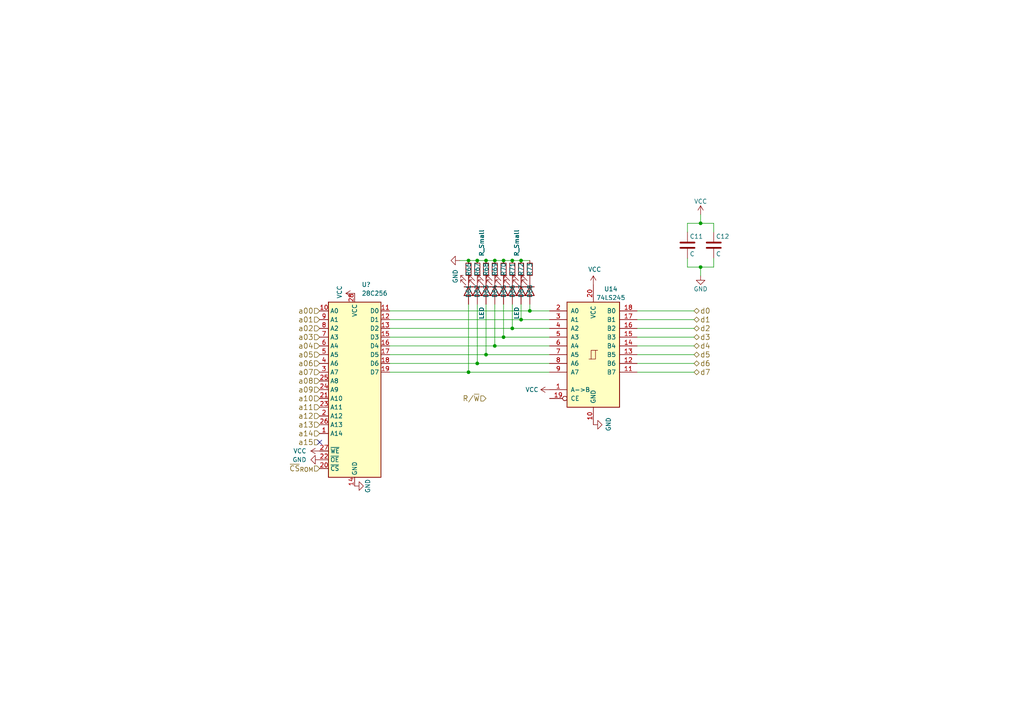
<source format=kicad_sch>
(kicad_sch (version 20211123) (generator eeschema)
  (paper "A4")
  (lib_symbols
    (symbol "74xx:74LS245" (pin_names (offset 1.016))
      (property "Reference" "U" (at -7.62 16.51 0))
      (property "Value" "74LS245" (at -7.62 -16.51 0))
      (symbol "74LS245_1_0"
        (polyline (pts (xy -0.635 -1.27) (xy -0.635 1.27) (xy 0.635 1.27)))
        (polyline (pts (xy -1.27 -1.27) (xy 0.635 -1.27) (xy 0.635 1.27) (xy 1.27 1.27)))
        (pin input line (at -12.7 -10.16 0) (length 5.08) (name "A->B") (number "1"))
        (pin power_in line (at 0 -20.32 90) (length 5.08) (name "GND") (number "10"))
        (pin tri_state line (at 12.7 -5.08 180) (length 5.08) (name "B7") (number "11"))
        (pin tri_state line (at 12.7 -2.54 180) (length 5.08) (name "B6") (number "12"))
        (pin tri_state line (at 12.7 0 180) (length 5.08) (name "B5") (number "13"))
        (pin tri_state line (at 12.7 2.54 180) (length 5.08) (name "B4") (number "14"))
        (pin tri_state line (at 12.7 5.08 180) (length 5.08) (name "B3") (number "15"))
        (pin tri_state line (at 12.7 7.62 180) (length 5.08) (name "B2") (number "16"))
        (pin tri_state line (at 12.7 10.16 180) (length 5.08) (name "B1") (number "17"))
        (pin tri_state line (at 12.7 12.7 180) (length 5.08) (name "B0") (number "18"))
        (pin input inverted (at -12.7 -12.7 0) (length 5.08) (name "CE") (number "19"))
        (pin tri_state line (at -12.7 12.7 0) (length 5.08) (name "A0") (number "2"))
        (pin power_in line (at 0 20.32 270) (length 5.08) (name "VCC") (number "20"))
        (pin tri_state line (at -12.7 10.16 0) (length 5.08) (name "A1") (number "3"))
        (pin tri_state line (at -12.7 7.62 0) (length 5.08) (name "A2") (number "4"))
        (pin tri_state line (at -12.7 5.08 0) (length 5.08) (name "A3") (number "5"))
        (pin tri_state line (at -12.7 2.54 0) (length 5.08) (name "A4") (number "6"))
        (pin tri_state line (at -12.7 0 0) (length 5.08) (name "A5") (number "7"))
        (pin tri_state line (at -12.7 -2.54 0) (length 5.08) (name "A6") (number "8"))
        (pin tri_state line (at -12.7 -5.08 0) (length 5.08) (name "A7") (number "9"))
      )
      (symbol "74LS245_1_1"
        (rectangle (start -7.62 15.24) (end 7.62 -15.24) (stroke (width 0.254)) (fill (type background)))
      )
    )
    (symbol "Device:C" (pin_numbers hide) (pin_names (offset 0.254))
      (property "Reference" "C" (at 0.635 2.54 0))
      (property "Value" "C" (at 0.635 -2.54 0))
      (symbol "C_0_1"
        (polyline (pts (xy -2.032 -0.762) (xy 2.032 -0.762)) (stroke (width 0.508)))
        (polyline (pts (xy -2.032 0.762) (xy 2.032 0.762)) (stroke (width 0.508)))
      )
      (symbol "C_1_1"
        (pin passive line (at 0 3.81 270) (length 2.794) (name "~") (number "1"))
        (pin passive line (at 0 -3.81 90) (length 2.794) (name "~") (number "2"))
      )
    )
    (symbol "Device:LED" (pin_numbers hide) (pin_names (offset 1.016) hide)
      (property "Reference" "D" (at 0 2.54 0))
      (property "Value" "LED" (at 0 -2.54 0))
      (symbol "LED_0_1"
        (polyline (pts (xy -1.27 -1.27) (xy -1.27 1.27)) (stroke (width 0.254)))
        (polyline (pts (xy -1.27 0) (xy 1.27 0)))
        (polyline (pts (xy 1.27 -1.27) (xy 1.27 1.27) (xy -1.27 0) (xy 1.27 -1.27)) (stroke (width 0.254)))
        (polyline (pts (xy -3.048 -0.762) (xy -4.572 -2.286) (xy -3.81 -2.286) (xy -4.572 -2.286) (xy -4.572 -1.524)))
        (polyline (pts (xy -1.778 -0.762) (xy -3.302 -2.286) (xy -2.54 -2.286) (xy -3.302 -2.286) (xy -3.302 -1.524)))
      )
      (symbol "LED_1_1"
        (pin passive line (at -3.81 0 0) (length 2.54) (name "K") (number "1"))
        (pin passive line (at 3.81 0 180) (length 2.54) (name "A") (number "2"))
      )
    )
    (symbol "Device:R_Small" (pin_numbers hide) (pin_names (offset 0.254) hide)
      (property "Reference" "R" (at 0.762 0.508 0))
      (property "Value" "R_Small" (at 0.762 -1.016 0))
      (symbol "R_Small_0_1"
        (rectangle (start -0.762 1.778) (end 0.762 -1.778) (stroke (width 0.2032)))
      )
      (symbol "R_Small_1_1"
        (pin passive line (at 0 2.54 270) (length 0.762) (name "~") (number "1"))
        (pin passive line (at 0 -2.54 90) (length 0.762) (name "~") (number "2"))
      )
    )
    (symbol "Memory_EEPROM:28C256"
      (property "Reference" "U" (at -7.62 26.67 0))
      (property "Value" "28C256" (at 2.54 -26.67 0))
      (symbol "28C256_1_1"
        (rectangle (start -7.62 25.4) (end 7.62 -25.4) (stroke (width 0.254)) (fill (type background)))
        (pin input line (at -10.16 -12.7 0) (length 2.54) (name "A14") (number "1"))
        (pin input line (at -10.16 22.86 0) (length 2.54) (name "A0") (number "10"))
        (pin tri_state line (at 10.16 22.86 180) (length 2.54) (name "D0") (number "11"))
        (pin tri_state line (at 10.16 20.32 180) (length 2.54) (name "D1") (number "12"))
        (pin tri_state line (at 10.16 17.78 180) (length 2.54) (name "D2") (number "13"))
        (pin power_in line (at 0 -27.94 90) (length 2.54) (name "GND") (number "14"))
        (pin tri_state line (at 10.16 15.24 180) (length 2.54) (name "D3") (number "15"))
        (pin tri_state line (at 10.16 12.7 180) (length 2.54) (name "D4") (number "16"))
        (pin tri_state line (at 10.16 10.16 180) (length 2.54) (name "D5") (number "17"))
        (pin tri_state line (at 10.16 7.62 180) (length 2.54) (name "D6") (number "18"))
        (pin tri_state line (at 10.16 5.08 180) (length 2.54) (name "D7") (number "19"))
        (pin input line (at -10.16 -7.62 0) (length 2.54) (name "A12") (number "2"))
        (pin input line (at -10.16 -22.86 0) (length 2.54) (name "~{CS}") (number "20"))
        (pin input line (at -10.16 -2.54 0) (length 2.54) (name "A10") (number "21"))
        (pin input line (at -10.16 -20.32 0) (length 2.54) (name "~{OE}") (number "22"))
        (pin input line (at -10.16 -5.08 0) (length 2.54) (name "A11") (number "23"))
        (pin input line (at -10.16 0 0) (length 2.54) (name "A9") (number "24"))
        (pin input line (at -10.16 2.54 0) (length 2.54) (name "A8") (number "25"))
        (pin input line (at -10.16 -10.16 0) (length 2.54) (name "A13") (number "26"))
        (pin input line (at -10.16 -17.78 0) (length 2.54) (name "~{WE}") (number "27"))
        (pin power_in line (at 0 27.94 270) (length 2.54) (name "VCC") (number "28"))
        (pin input line (at -10.16 5.08 0) (length 2.54) (name "A7") (number "3"))
        (pin input line (at -10.16 7.62 0) (length 2.54) (name "A6") (number "4"))
        (pin input line (at -10.16 10.16 0) (length 2.54) (name "A5") (number "5"))
        (pin input line (at -10.16 12.7 0) (length 2.54) (name "A4") (number "6"))
        (pin input line (at -10.16 15.24 0) (length 2.54) (name "A3") (number "7"))
        (pin input line (at -10.16 17.78 0) (length 2.54) (name "A2") (number "8"))
        (pin input line (at -10.16 20.32 0) (length 2.54) (name "A1") (number "9"))
      )
    )
    (symbol "power:GND" (power) (pin_names (offset 0))
      (property "Value" "GND" (at 0 -3.81 0))
      (symbol "GND_0_1"
        (polyline (pts (xy 0 0) (xy 0 -1.27) (xy 1.27 -1.27) (xy 0 -2.54) (xy -1.27 -1.27) (xy 0 -1.27)))
      )
      (symbol "GND_1_1"
        (pin power_in line (at 0 0 270) (length 0) hide (name "GND") (number "1"))
      )
    )
    (symbol "power:VCC" (power) (pin_names (offset 0))
      (property "Value" "VCC" (at 0 3.81 0))
      (symbol "VCC_0_1"
        (polyline (pts (xy -0.762 1.27) (xy 0 2.54)))
        (polyline (pts (xy 0 0) (xy 0 2.54)))
        (polyline (pts (xy 0 2.54) (xy 0.762 1.27)))
      )
      (symbol "VCC_1_1"
        (pin power_in line (at 0 0 90) (length 0) hide (name "VCC") (number "1"))
      )
    )
  )
  (junction (at 148.59 95.25))
  (junction (at 135.89 107.95))
  (junction (at 146.05 97.79))
  (junction (at 151.13 92.71))
  (junction (at 143.51 100.33))
  (junction (at 153.67 90.17))
  (junction (at 135.89 75.565))
  (junction (at 138.43 75.565))
  (junction (at 151.13 75.565))
  (junction (at 148.59 75.565))
  (junction (at 146.05 75.565))
  (junction (at 143.51 75.565))
  (junction (at 203.2 77.47))
  (junction (at 203.2 64.77))
  (junction (at 140.97 102.87))
  (junction (at 138.43 105.41))
  (junction (at 140.97 75.565))
  (no_connect (at 92.71 128.27))
  (wire (pts (xy 199.39 77.47) (xy 203.2 77.47)))
  (wire (pts (xy 140.97 102.87) (xy 159.385 102.87)))
  (wire (pts (xy 143.51 100.33) (xy 159.385 100.33)))
  (wire (pts (xy 143.51 75.565) (xy 146.05 75.565)))
  (wire (pts (xy 207.01 77.47) (xy 207.01 74.93)))
  (wire (pts (xy 184.785 102.87) (xy 201.295 102.87)))
  (wire (pts (xy 203.2 62.23) (xy 203.2 64.77)))
  (wire (pts (xy 184.785 107.95) (xy 201.295 107.95)))
  (wire (pts (xy 203.2 77.47) (xy 203.2 80.01)))
  (wire (pts (xy 151.13 75.565) (xy 153.67 75.565)))
  (wire (pts (xy 153.67 88.265) (xy 153.67 90.17)))
  (wire (pts (xy 207.01 64.77) (xy 207.01 67.31)))
  (wire (pts (xy 113.03 107.95) (xy 135.89 107.95)))
  (wire (pts (xy 184.785 97.79) (xy 201.295 97.79)))
  (wire (pts (xy 143.51 88.265) (xy 143.51 100.33)))
  (wire (pts (xy 113.03 100.33) (xy 143.51 100.33)))
  (wire (pts (xy 148.59 75.565) (xy 151.13 75.565)))
  (wire (pts (xy 113.03 92.71) (xy 151.13 92.71)))
  (wire (pts (xy 113.03 97.79) (xy 146.05 97.79)))
  (wire (pts (xy 113.03 105.41) (xy 138.43 105.41)))
  (wire (pts (xy 151.13 92.71) (xy 159.385 92.71)))
  (wire (pts (xy 148.59 88.265) (xy 148.59 95.25)))
  (wire (pts (xy 146.05 88.265) (xy 146.05 97.79)))
  (wire (pts (xy 199.39 64.77) (xy 203.2 64.77)))
  (wire (pts (xy 151.13 88.265) (xy 151.13 92.71)))
  (wire (pts (xy 201.295 105.41) (xy 184.785 105.41)))
  (wire (pts (xy 135.89 107.95) (xy 159.385 107.95)))
  (wire (pts (xy 138.43 88.265) (xy 138.43 105.41)))
  (wire (pts (xy 113.03 90.17) (xy 153.67 90.17)))
  (wire (pts (xy 135.89 88.265) (xy 135.89 107.95)))
  (wire (pts (xy 140.97 88.265) (xy 140.97 102.87)))
  (wire (pts (xy 133.35 75.565) (xy 135.89 75.565)))
  (wire (pts (xy 184.785 90.17) (xy 201.295 90.17)))
  (wire (pts (xy 113.03 95.25) (xy 148.59 95.25)))
  (wire (pts (xy 203.2 64.77) (xy 207.01 64.77)))
  (wire (pts (xy 146.05 75.565) (xy 148.59 75.565)))
  (wire (pts (xy 184.785 92.71) (xy 201.295 92.71)))
  (wire (pts (xy 138.43 105.41) (xy 159.385 105.41)))
  (wire (pts (xy 146.05 97.79) (xy 159.385 97.79)))
  (wire (pts (xy 199.39 74.93) (xy 199.39 77.47)))
  (wire (pts (xy 201.295 95.25) (xy 184.785 95.25)))
  (wire (pts (xy 153.67 90.17) (xy 159.385 90.17)))
  (wire (pts (xy 140.97 75.565) (xy 143.51 75.565)))
  (wire (pts (xy 138.43 75.565) (xy 140.97 75.565)))
  (wire (pts (xy 199.39 64.77) (xy 199.39 67.31)))
  (wire (pts (xy 148.59 95.25) (xy 159.385 95.25)))
  (wire (pts (xy 113.03 102.87) (xy 140.97 102.87)))
  (wire (pts (xy 135.89 75.565) (xy 138.43 75.565)))
  (wire (pts (xy 201.295 100.33) (xy 184.785 100.33)))
  (wire (pts (xy 203.2 77.47) (xy 207.01 77.47)))
  (hierarchical_label "a15" (shape input) (at 92.71 128.27 180) (effects (font (size 1.524 1.524))))
  (hierarchical_label "a14" (shape input) (at 92.71 125.73 180) (effects (font (size 1.524 1.524))))
  (hierarchical_label "d4" (shape tri_state) (at 201.295 100.33 0) (effects (font (size 1.524 1.524))))
  (hierarchical_label "d6" (shape tri_state) (at 201.295 105.41 0) (effects (font (size 1.524 1.524))))
  (hierarchical_label "d1" (shape tri_state) (at 201.295 92.71 0) (effects (font (size 1.524 1.524))))
  (hierarchical_label "a09" (shape input) (at 92.71 113.03 180) (effects (font (size 1.524 1.524))))
  (hierarchical_label "d7" (shape tri_state) (at 201.295 107.95 0) (effects (font (size 1.524 1.524))))
  (hierarchical_label "a10" (shape input) (at 92.71 115.57 180) (effects (font (size 1.524 1.524))))
  (hierarchical_label "a08" (shape input) (at 92.71 110.49 180) (effects (font (size 1.524 1.524))))
  (hierarchical_label "a01" (shape input) (at 92.71 92.71 180) (effects (font (size 1.524 1.524))))
  (hierarchical_label "a05" (shape input) (at 92.71 102.87 180) (effects (font (size 1.524 1.524))))
  (hierarchical_label "d2" (shape tri_state) (at 201.295 95.25 0) (effects (font (size 1.524 1.524))))
  (hierarchical_label "a04" (shape input) (at 92.71 100.33 180) (effects (font (size 1.524 1.524))))
  (hierarchical_label "a13" (shape input) (at 92.71 123.19 180) (effects (font (size 1.524 1.524))))
  (hierarchical_label "a11" (shape input) (at 92.71 118.11 180) (effects (font (size 1.524 1.524))))
  (hierarchical_label "a03" (shape input) (at 92.71 97.79 180) (effects (font (size 1.524 1.524))))
  (hierarchical_label "a02" (shape input) (at 92.71 95.25 180) (effects (font (size 1.524 1.524))))
  (hierarchical_label "~{CS}_{ROM}" (shape input) (at 92.71 135.89 180) (effects (font (size 1.524 1.524))))
  (hierarchical_label "a00" (shape input) (at 92.71 90.17 180) (effects (font (size 1.524 1.524))))
  (hierarchical_label "a12" (shape input) (at 92.71 120.65 180) (effects (font (size 1.524 1.524))))
  (hierarchical_label "d5" (shape tri_state) (at 201.295 102.87 0) (effects (font (size 1.524 1.524))))
  (hierarchical_label "a06" (shape input) (at 92.71 105.41 180) (effects (font (size 1.524 1.524))))
  (hierarchical_label "a07" (shape input) (at 92.71 107.95 180) (effects (font (size 1.524 1.524))))
  (hierarchical_label "R{slash}~{W}" (shape input) (at 140.97 115.57 180) (effects (font (size 1.524 1.524))))
  (hierarchical_label "d3" (shape tri_state) (at 201.295 97.79 0) (effects (font (size 1.524 1.524))))
  (hierarchical_label "d0" (shape tri_state) (at 201.295 90.17 0) (effects (font (size 1.524 1.524))))
  (symbol (lib_id "Device:C") (at 207.01 71.12 0) (unit 1)
    (property "Reference" "C12" (at 207.645 68.58 0) (effects (justify left)))
    (property "Value" "C" (at 207.645 73.66 0) (effects (justify left)))
    (property "Footprint" "Capacitor_THT:C_Disc_D4.3mm_W1.9mm_P5.00mm" (effects hide))
  )
  (symbol (lib_id "power:GND") (at 203.2 80.01 0) (unit 1)
    (property "Reference" "#PWR064" (effects hide))
    (property "Value" "GND" (at 203.2 83.82 0))
  )
  (symbol (lib_id "power:VCC") (at 203.2 62.23 0) (unit 1)
    (property "Reference" "#PWR063" (effects hide))
    (property "Value" "VCC" (at 203.2 58.42 0))
  )
  (symbol (lib_id "Device:C") (at 199.39 71.12 0) (unit 1)
    (property "Reference" "C11" (at 200.025 68.58 0) (effects (justify left)))
    (property "Value" "C" (at 200.025 73.66 0) (effects (justify left)))
    (property "Footprint" "Capacitor_THT:C_Disc_D4.3mm_W1.9mm_P5.00mm" (effects hide))
  )
  (symbol (lib_id "74xx:74LS245") (at 172.085 102.87 0) (unit 1)
    (property "Reference" "U14" (at 177.165 83.82 0))
    (property "Value" "74LS245" (at 177.165 86.36 0))
    (property "Datasheet" "http://www.ti.com/lit/gpn/sn74LS245" (effects hide))
  )
  (symbol (lib_id "power:GND") (at 102.87 140.97 90) (unit 1)
    (property "Reference" "#PWR057" (effects hide))
    (property "Value" "GND" (at 106.68 140.97 0))
  )
  (symbol (lib_id "power:VCC") (at 102.87 85.09 90) (unit 1)
    (property "Reference" "#PWR056" (effects hide))
    (property "Value" "VCC" (at 98.4758 84.709 0))
  )
  (symbol (lib_id "power:GND") (at 172.085 123.19 90) (unit 1)
    (property "Reference" "#PWR062" (effects hide))
    (property "Value" "GND" (at 176.4792 123.063 0))
  )
  (symbol (lib_id "power:VCC") (at 172.085 82.55 0) (unit 1)
    (property "Reference" "#PWR061" (effects hide))
    (property "Value" "VCC" (at 172.466 78.1558 0))
  )
  (symbol (lib_id "power:GND") (at 92.71 133.35 270) (unit 1)
    (property "Reference" "#PWR?" (effects hide))
    (property "Value" "GND" (at 88.9 133.3499 90) (effects (justify right)))
  )
  (symbol (lib_id "power:VCC") (at 159.385 113.03 90) (unit 1)
    (property "Reference" "#PWR?" (effects hide))
    (property "Value" "VCC" (at 156.21 113.0299 90) (effects (justify left)))
  )
  (symbol (lib_id "Device:R_Small") (at 151.13 78.105 180) (unit 1)
    (property "Reference" "R72" (at 151.13 78.105 90))
    (property "Value" "R_Small" (at 149.86 70.485 90))
  )
  (symbol (lib_id "Device:R_Small") (at 146.05 78.105 180) (unit 1)
    (property "Reference" "R70" (at 146.05 78.105 90))
    (property "Value" "R_Small" (at 149.86 70.485 90))
  )
  (symbol (lib_id "Device:LED") (at 143.51 84.455 270) (unit 1)
    (property "Reference" "D64" (at 143.51 84.455 0))
    (property "Value" "LED" (at 139.7 90.805 0))
  )
  (symbol (lib_id "power:VCC") (at 92.71 130.81 90) (unit 1)
    (property "Reference" "#PWR?" (effects hide))
    (property "Value" "VCC" (at 88.9 130.8099 90) (effects (justify left)))
  )
  (symbol (lib_id "Device:R_Small") (at 135.89 78.105 180) (unit 1)
    (property "Reference" "R66" (at 135.89 78.105 90))
    (property "Value" "R_Small" (at 139.7 70.485 90))
  )
  (symbol (lib_id "Memory_EEPROM:28C256") (at 102.87 113.03 0) (unit 1)
    (property "Reference" "U?" (at 104.8894 82.55 0) (effects (justify left)))
    (property "Value" "28C256" (at 104.8894 85.09 0) (effects (justify left)))
    (property "Datasheet" "http://ww1.microchip.com/downloads/en/DeviceDoc/doc0006.pdf" (effects hide))
  )
  (symbol (lib_id "Device:LED") (at 153.67 84.455 270) (unit 1)
    (property "Reference" "D68" (at 153.67 84.455 0))
    (property "Value" "LED" (at 149.86 90.805 0))
  )
  (symbol (lib_id "Device:LED") (at 135.89 84.455 270) (unit 1)
    (property "Reference" "D61" (at 135.89 84.455 0))
    (property "Value" "LED" (at 139.7 90.805 0))
  )
  (symbol (lib_id "Device:LED") (at 151.13 84.455 270) (unit 1)
    (property "Reference" "D67" (at 151.13 84.455 0))
    (property "Value" "LED" (at 149.86 90.805 0))
  )
  (symbol (lib_id "Device:R_Small") (at 140.97 78.105 180) (unit 1)
    (property "Reference" "R68" (at 140.97 78.105 90))
    (property "Value" "R_Small" (at 139.7 70.485 90))
  )
  (symbol (lib_id "Device:R_Small") (at 148.59 78.105 180) (unit 1)
    (property "Reference" "R71" (at 148.59 78.105 90))
    (property "Value" "R_Small" (at 149.86 70.485 90))
  )
  (symbol (lib_id "Device:R_Small") (at 138.43 78.105 180) (unit 1)
    (property "Reference" "R67" (at 138.43 78.105 90))
    (property "Value" "R_Small" (at 139.7 70.485 90))
  )
  (symbol (lib_id "Device:LED") (at 140.97 84.455 270) (unit 1)
    (property "Reference" "D63" (at 140.97 84.455 0))
    (property "Value" "LED" (at 139.7 90.805 0))
  )
  (symbol (lib_id "Device:LED") (at 148.59 84.455 270) (unit 1)
    (property "Reference" "D66" (at 148.59 84.455 0))
    (property "Value" "LED" (at 149.86 90.805 0))
  )
  (symbol (lib_id "power:GND") (at 133.35 75.565 270) (unit 1)
    (property "Reference" "#PWR060" (effects hide))
    (property "Value" "GND" (at 132.0801 78.105 0) (effects (justify left)))
  )
  (symbol (lib_id "Device:LED") (at 138.43 84.455 270) (unit 1)
    (property "Reference" "D62" (at 138.43 84.455 0))
    (property "Value" "LED" (at 139.7 90.805 0))
  )
  (symbol (lib_id "Device:LED") (at 146.05 84.455 270) (unit 1)
    (property "Reference" "D65" (at 146.05 84.455 0))
    (property "Value" "LED" (at 149.86 90.805 0))
  )
  (symbol (lib_id "Device:R_Small") (at 143.51 78.105 180) (unit 1)
    (property "Reference" "R69" (at 143.51 78.105 90))
    (property "Value" "R_Small" (at 139.7 70.485 90))
  )
  (symbol (lib_id "Device:R_Small") (at 153.67 78.105 180) (unit 1)
    (property "Reference" "R73" (at 153.67 78.105 90))
    (property "Value" "R_Small" (at 149.86 70.485 90))
  )
)
</source>
